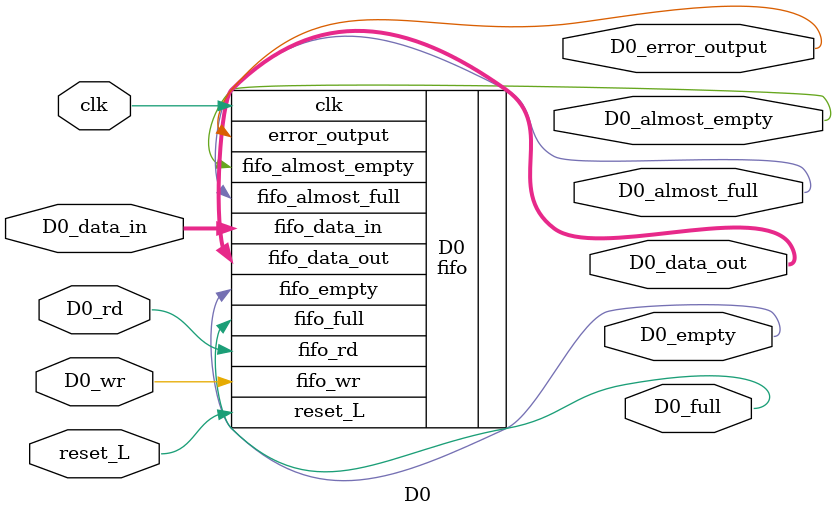
<source format=v>
module D0 #(
parameter		BW4=6,	// Byte/data width
parameter [5:0]	LEN=4,
parameter TOL = 1)
    (
	input				clk, reset_L,
	input				D0_wr,
	input	 [(BW4-1):0]	D0_data_in,
	input				D0_rd,
	output	[(BW4-1):0]	D0_data_out,
	output  			D0_error_output,
	output   				D0_full,
	output   				D0_empty,
	output   				D0_almost_full,
	output   				D0_almost_empty);

fifo #(.BW(BW4), .LEN(LEN), .TOL(TOL)) D0  (
	 // Outputs
	 .fifo_data_out			(D0_data_out[(BW4-1):0]),
	 .error_output			(D0_error_output),
	 .fifo_full			(D0_full),
	 .fifo_empty			(D0_empty),
	 .fifo_almost_full		(D0_almost_full),
	 .fifo_almost_empty		(D0_almost_empty),
	 // Inputs
	 .clk				(clk),
	 .reset_L			(reset_L),
	 .fifo_wr			(D0_wr),
	 .fifo_data_in			(D0_data_in[(BW4-1):0]),
	 .fifo_rd			(D0_rd)) ;

endmodule

</source>
